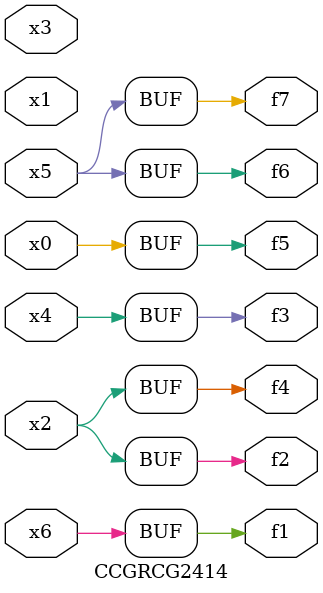
<source format=v>
module CCGRCG2414(
	input x0, x1, x2, x3, x4, x5, x6,
	output f1, f2, f3, f4, f5, f6, f7
);
	assign f1 = x6;
	assign f2 = x2;
	assign f3 = x4;
	assign f4 = x2;
	assign f5 = x0;
	assign f6 = x5;
	assign f7 = x5;
endmodule

</source>
